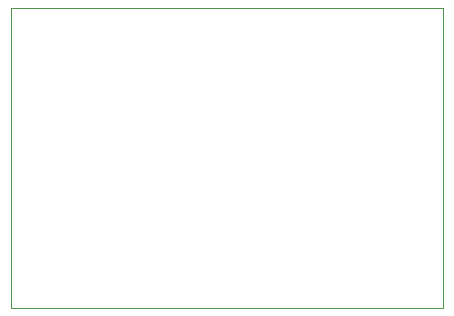
<source format=gbr>
G04 #@! TF.GenerationSoftware,KiCad,Pcbnew,(5.1.5)-3*
G04 #@! TF.CreationDate,2020-04-17T11:23:27-04:00*
G04 #@! TF.ProjectId,STM32_SMD_Quadcopter,53544d33-325f-4534-9d44-5f5175616463,rev?*
G04 #@! TF.SameCoordinates,PX2daf690PY1aab7d8*
G04 #@! TF.FileFunction,Profile,NP*
%FSLAX46Y46*%
G04 Gerber Fmt 4.6, Leading zero omitted, Abs format (unit mm)*
G04 Created by KiCad (PCBNEW (5.1.5)-3) date 2020-04-17 11:23:27*
%MOMM*%
%LPD*%
G04 APERTURE LIST*
%ADD10C,0.100000*%
G04 APERTURE END LIST*
D10*
X0Y-25400000D02*
X0Y0D01*
X36525200Y-25400000D02*
X0Y-25400000D01*
X36525200Y0D02*
X36525200Y-25400000D01*
X0Y0D02*
X36525200Y0D01*
M02*

</source>
